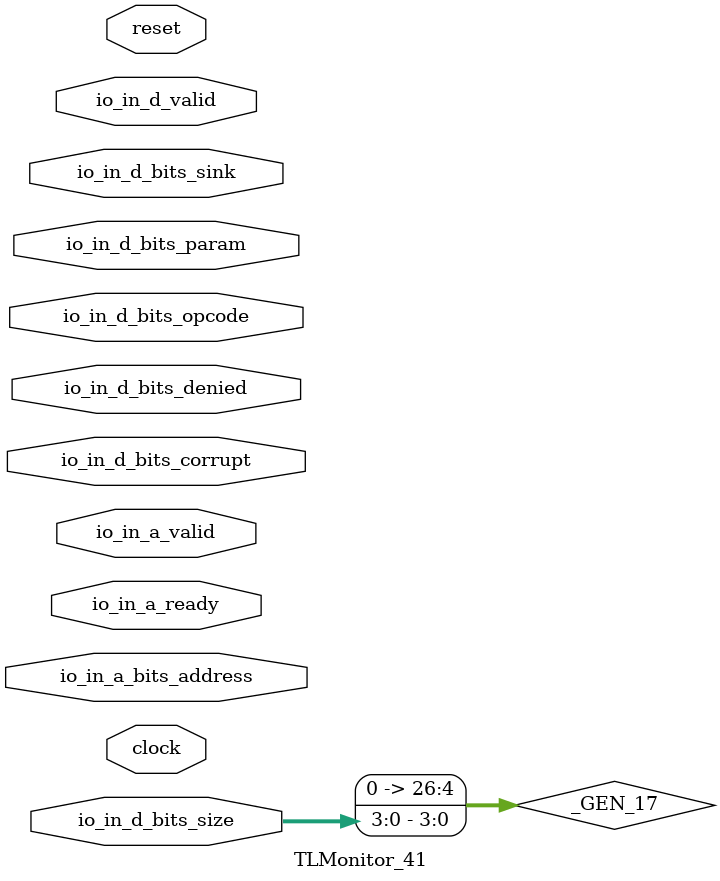
<source format=sv>

`ifndef PRINTF_COND_
  `ifdef PRINTF_COND
    `define PRINTF_COND_ (`PRINTF_COND)
  `else  // PRINTF_COND
    `define PRINTF_COND_ 1
  `endif // PRINTF_COND
`endif // not def PRINTF_COND_

// Users can define 'ASSERT_VERBOSE_COND' to add an extra gate to assert error printing.
`ifndef ASSERT_VERBOSE_COND_
  `ifdef ASSERT_VERBOSE_COND
    `define ASSERT_VERBOSE_COND_ (`ASSERT_VERBOSE_COND)
  `else  // ASSERT_VERBOSE_COND
    `define ASSERT_VERBOSE_COND_ 1
  `endif // ASSERT_VERBOSE_COND
`endif // not def ASSERT_VERBOSE_COND_

// Users can define 'STOP_COND' to add an extra gate to stop conditions.
`ifndef STOP_COND_
  `ifdef STOP_COND
    `define STOP_COND_ (`STOP_COND)
  `else  // STOP_COND
    `define STOP_COND_ 1
  `endif // STOP_COND
`endif // not def STOP_COND_

module TLMonitor_41(
  input        clock,
               reset,
               io_in_a_ready,
               io_in_a_valid,
  input [32:0] io_in_a_bits_address,
  input        io_in_d_valid,
  input [2:0]  io_in_d_bits_opcode,
  input [1:0]  io_in_d_bits_param,
  input [3:0]  io_in_d_bits_size,
  input [2:0]  io_in_d_bits_sink,
  input        io_in_d_bits_denied,
               io_in_d_bits_corrupt
);

  wire [31:0] _plusarg_reader_1_out;
  wire [31:0] _plusarg_reader_out;
  wire        _a_first_T_1 = io_in_a_ready & io_in_a_valid;
  reg  [8:0]  a_first_counter;
  reg  [2:0]  opcode;
  reg  [2:0]  param;
  reg  [3:0]  size;
  reg         source;
  reg  [32:0] address;
  reg  [8:0]  d_first_counter;
  reg  [2:0]  opcode_1;
  reg  [1:0]  param_1;
  reg  [3:0]  size_1;
  reg  [2:0]  sink;
  reg         denied;
  reg         inflight;
  reg  [3:0]  inflight_opcodes;
  reg  [7:0]  inflight_sizes;
  reg  [8:0]  a_first_counter_1;
  wire        a_first_1 = a_first_counter_1 == 9'h0;
  reg  [8:0]  d_first_counter_1;
  wire        d_first_1 = d_first_counter_1 == 9'h0;
  wire        a_set = _a_first_T_1 & a_first_1;
  wire        d_release_ack = io_in_d_bits_opcode == 3'h6;
  wire        _GEN = io_in_d_valid & d_first_1;
  wire        d_clr_wo_ready = _GEN & ~d_release_ack;
  reg  [2:0]  casez_tmp;
  always @(*) begin
    casez (inflight_opcodes[3:1])
      3'b000:
        casez_tmp = 3'h0;
      3'b001:
        casez_tmp = 3'h0;
      3'b010:
        casez_tmp = 3'h1;
      3'b011:
        casez_tmp = 3'h1;
      3'b100:
        casez_tmp = 3'h1;
      3'b101:
        casez_tmp = 3'h2;
      3'b110:
        casez_tmp = 3'h4;
      default:
        casez_tmp = 3'h4;
    endcase
  end // always @(*)
  reg  [2:0]  casez_tmp_0;
  always @(*) begin
    casez (inflight_opcodes[3:1])
      3'b000:
        casez_tmp_0 = 3'h0;
      3'b001:
        casez_tmp_0 = 3'h0;
      3'b010:
        casez_tmp_0 = 3'h1;
      3'b011:
        casez_tmp_0 = 3'h1;
      3'b100:
        casez_tmp_0 = 3'h1;
      3'b101:
        casez_tmp_0 = 3'h2;
      3'b110:
        casez_tmp_0 = 3'h5;
      default:
        casez_tmp_0 = 3'h4;
    endcase
  end // always @(*)
  reg  [31:0] watchdog;
  reg         inflight_1;
  reg  [7:0]  inflight_sizes_1;
  reg  [8:0]  d_first_counter_2;
  wire        d_first_2 = d_first_counter_2 == 9'h0;
  wire        d_clr_1 = io_in_d_valid & d_first_2 & d_release_ack;
  reg  [31:0] watchdog_1;
  `ifndef SYNTHESIS
    wire       _GEN_0 = io_in_a_valid & ~reset;
    wire       _GEN_1 = io_in_d_valid & io_in_d_bits_opcode == 3'h6 & ~reset;
    wire       _GEN_2 = io_in_d_bits_size < 4'h3;
    wire       _GEN_3 = io_in_d_valid & io_in_d_bits_opcode == 3'h4 & ~reset;
    wire       _GEN_4 = io_in_d_bits_param == 2'h2;
    wire       _GEN_5 = io_in_d_valid & io_in_d_bits_opcode == 3'h5 & ~reset;
    wire       _GEN_6 = ~io_in_d_bits_denied | io_in_d_bits_corrupt;
    wire       _GEN_7 = io_in_d_valid & io_in_d_bits_opcode == 3'h0 & ~reset;
    wire       _GEN_8 = io_in_d_bits_opcode == 3'h1;
    wire       _GEN_9 = io_in_d_valid & _GEN_8 & ~reset;
    wire       _GEN_10 = io_in_d_valid & io_in_d_bits_opcode == 3'h2 & ~reset;
    wire       _GEN_11 = io_in_a_valid & (|a_first_counter) & ~reset;
    wire       _GEN_12 = io_in_d_valid & (|d_first_counter) & ~reset;
    wire       a_set_wo_ready = io_in_a_valid & a_first_1;
    wire       _GEN_13 = d_clr_wo_ready & a_set_wo_ready & ~reset;
    wire       _GEN_14 = d_clr_wo_ready & ~a_set_wo_ready & ~reset;
    wire [7:0] _GEN_15 = {4'h0, io_in_d_bits_size};
    wire       _GEN_16 = d_clr_1 & ~reset;
    always @(posedge clock) begin
      if (_GEN_0 & ~({io_in_a_bits_address[32:14], ~(io_in_a_bits_address[13:12])} == 21'h0 | io_in_a_bits_address[32:13] == 20'h0 | {io_in_a_bits_address[32:17], ~(io_in_a_bits_address[16])} == 17'h0 | {io_in_a_bits_address[32:21], io_in_a_bits_address[20:17] ^ 4'h8, io_in_a_bits_address[15:12]} == 20'h0 | {io_in_a_bits_address[32:26], io_in_a_bits_address[25:16] ^ 10'h200} == 17'h0 | {io_in_a_bits_address[32:26], io_in_a_bits_address[25:12] ^ 14'h2010} == 21'h0 | {io_in_a_bits_address[32:28], io_in_a_bits_address[27:16] ^ 12'h800} == 17'h0 | {io_in_a_bits_address[32:28], ~(io_in_a_bits_address[27:26])} == 7'h0 | {io_in_a_bits_address[32:29], io_in_a_bits_address[28:12] ^ 17'h10020} == 21'h0 | {io_in_a_bits_address[32], ~(io_in_a_bits_address[31])} == 2'h0 | io_in_a_bits_address[32:31] == 2'h2)) begin
        if (`ASSERT_VERBOSE_COND_)
          $error("Assertion failed: 'A' channel carries Get type which slave claims it can't support (connected at generators/boom/src/main/scala/common/tile.scala:138:21)\n    at Monitor.scala:42 assert(cond, message)\n");
        if (`STOP_COND_)
          $fatal;
      end
      if (_GEN_0 & (|(io_in_a_bits_address[5:0]))) begin
        if (`ASSERT_VERBOSE_COND_)
          $error("Assertion failed: 'A' channel Get address not aligned to size (connected at generators/boom/src/main/scala/common/tile.scala:138:21)\n    at Monitor.scala:42 assert(cond, message)\n");
        if (`STOP_COND_)
          $fatal;
      end
      if (io_in_d_valid & ~reset & (&io_in_d_bits_opcode)) begin
        if (`ASSERT_VERBOSE_COND_)
          $error("Assertion failed: 'D' channel has invalid opcode (connected at generators/boom/src/main/scala/common/tile.scala:138:21)\n    at Monitor.scala:49 assert(cond, message)\n");
        if (`STOP_COND_)
          $fatal;
      end
      if (_GEN_1 & _GEN_2) begin
        if (`ASSERT_VERBOSE_COND_)
          $error("Assertion failed: 'D' channel ReleaseAck smaller than a beat (connected at generators/boom/src/main/scala/common/tile.scala:138:21)\n    at Monitor.scala:49 assert(cond, message)\n");
        if (`STOP_COND_)
          $fatal;
      end
      if (_GEN_1 & (|io_in_d_bits_param)) begin
        if (`ASSERT_VERBOSE_COND_)
          $error("Assertion failed: 'D' channel ReleaseeAck carries invalid param (connected at generators/boom/src/main/scala/common/tile.scala:138:21)\n    at Monitor.scala:49 assert(cond, message)\n");
        if (`STOP_COND_)
          $fatal;
      end
      if (_GEN_1 & io_in_d_bits_corrupt) begin
        if (`ASSERT_VERBOSE_COND_)
          $error("Assertion failed: 'D' channel ReleaseAck is corrupt (connected at generators/boom/src/main/scala/common/tile.scala:138:21)\n    at Monitor.scala:49 assert(cond, message)\n");
        if (`STOP_COND_)
          $fatal;
      end
      if (_GEN_1 & io_in_d_bits_denied) begin
        if (`ASSERT_VERBOSE_COND_)
          $error("Assertion failed: 'D' channel ReleaseAck is denied (connected at generators/boom/src/main/scala/common/tile.scala:138:21)\n    at Monitor.scala:49 assert(cond, message)\n");
        if (`STOP_COND_)
          $fatal;
      end
      if (_GEN_3 & _GEN_2) begin
        if (`ASSERT_VERBOSE_COND_)
          $error("Assertion failed: 'D' channel Grant smaller than a beat (connected at generators/boom/src/main/scala/common/tile.scala:138:21)\n    at Monitor.scala:49 assert(cond, message)\n");
        if (`STOP_COND_)
          $fatal;
      end
      if (_GEN_3 & (&io_in_d_bits_param)) begin
        if (`ASSERT_VERBOSE_COND_)
          $error("Assertion failed: 'D' channel Grant carries invalid cap param (connected at generators/boom/src/main/scala/common/tile.scala:138:21)\n    at Monitor.scala:49 assert(cond, message)\n");
        if (`STOP_COND_)
          $fatal;
      end
      if (_GEN_3 & _GEN_4) begin
        if (`ASSERT_VERBOSE_COND_)
          $error("Assertion failed: 'D' channel Grant carries toN param (connected at generators/boom/src/main/scala/common/tile.scala:138:21)\n    at Monitor.scala:49 assert(cond, message)\n");
        if (`STOP_COND_)
          $fatal;
      end
      if (_GEN_3 & io_in_d_bits_corrupt) begin
        if (`ASSERT_VERBOSE_COND_)
          $error("Assertion failed: 'D' channel Grant is corrupt (connected at generators/boom/src/main/scala/common/tile.scala:138:21)\n    at Monitor.scala:49 assert(cond, message)\n");
        if (`STOP_COND_)
          $fatal;
      end
      if (_GEN_5 & _GEN_2) begin
        if (`ASSERT_VERBOSE_COND_)
          $error("Assertion failed: 'D' channel GrantData smaller than a beat (connected at generators/boom/src/main/scala/common/tile.scala:138:21)\n    at Monitor.scala:49 assert(cond, message)\n");
        if (`STOP_COND_)
          $fatal;
      end
      if (_GEN_5 & (&io_in_d_bits_param)) begin
        if (`ASSERT_VERBOSE_COND_)
          $error("Assertion failed: 'D' channel GrantData carries invalid cap param (connected at generators/boom/src/main/scala/common/tile.scala:138:21)\n    at Monitor.scala:49 assert(cond, message)\n");
        if (`STOP_COND_)
          $fatal;
      end
      if (_GEN_5 & _GEN_4) begin
        if (`ASSERT_VERBOSE_COND_)
          $error("Assertion failed: 'D' channel GrantData carries toN param (connected at generators/boom/src/main/scala/common/tile.scala:138:21)\n    at Monitor.scala:49 assert(cond, message)\n");
        if (`STOP_COND_)
          $fatal;
      end
      if (_GEN_5 & ~_GEN_6) begin
        if (`ASSERT_VERBOSE_COND_)
          $error("Assertion failed: 'D' channel GrantData is denied but not corrupt (connected at generators/boom/src/main/scala/common/tile.scala:138:21)\n    at Monitor.scala:49 assert(cond, message)\n");
        if (`STOP_COND_)
          $fatal;
      end
      if (_GEN_7 & (|io_in_d_bits_param)) begin
        if (`ASSERT_VERBOSE_COND_)
          $error("Assertion failed: 'D' channel AccessAck carries invalid param (connected at generators/boom/src/main/scala/common/tile.scala:138:21)\n    at Monitor.scala:49 assert(cond, message)\n");
        if (`STOP_COND_)
          $fatal;
      end
      if (_GEN_7 & io_in_d_bits_corrupt) begin
        if (`ASSERT_VERBOSE_COND_)
          $error("Assertion failed: 'D' channel AccessAck is corrupt (connected at generators/boom/src/main/scala/common/tile.scala:138:21)\n    at Monitor.scala:49 assert(cond, message)\n");
        if (`STOP_COND_)
          $fatal;
      end
      if (_GEN_9 & (|io_in_d_bits_param)) begin
        if (`ASSERT_VERBOSE_COND_)
          $error("Assertion failed: 'D' channel AccessAckData carries invalid param (connected at generators/boom/src/main/scala/common/tile.scala:138:21)\n    at Monitor.scala:49 assert(cond, message)\n");
        if (`STOP_COND_)
          $fatal;
      end
      if (_GEN_9 & ~_GEN_6) begin
        if (`ASSERT_VERBOSE_COND_)
          $error("Assertion failed: 'D' channel AccessAckData is denied but not corrupt (connected at generators/boom/src/main/scala/common/tile.scala:138:21)\n    at Monitor.scala:49 assert(cond, message)\n");
        if (`STOP_COND_)
          $fatal;
      end
      if (_GEN_10 & (|io_in_d_bits_param)) begin
        if (`ASSERT_VERBOSE_COND_)
          $error("Assertion failed: 'D' channel HintAck carries invalid param (connected at generators/boom/src/main/scala/common/tile.scala:138:21)\n    at Monitor.scala:49 assert(cond, message)\n");
        if (`STOP_COND_)
          $fatal;
      end
      if (_GEN_10 & io_in_d_bits_corrupt) begin
        if (`ASSERT_VERBOSE_COND_)
          $error("Assertion failed: 'D' channel HintAck is corrupt (connected at generators/boom/src/main/scala/common/tile.scala:138:21)\n    at Monitor.scala:49 assert(cond, message)\n");
        if (`STOP_COND_)
          $fatal;
      end
      if (_GEN_11 & opcode != 3'h4) begin
        if (`ASSERT_VERBOSE_COND_)
          $error("Assertion failed: 'A' channel opcode changed within multibeat operation (connected at generators/boom/src/main/scala/common/tile.scala:138:21)\n    at Monitor.scala:42 assert(cond, message)\n");
        if (`STOP_COND_)
          $fatal;
      end
      if (_GEN_11 & (|param)) begin
        if (`ASSERT_VERBOSE_COND_)
          $error("Assertion failed: 'A' channel param changed within multibeat operation (connected at generators/boom/src/main/scala/common/tile.scala:138:21)\n    at Monitor.scala:42 assert(cond, message)\n");
        if (`STOP_COND_)
          $fatal;
      end
      if (_GEN_11 & size != 4'h6) begin
        if (`ASSERT_VERBOSE_COND_)
          $error("Assertion failed: 'A' channel size changed within multibeat operation (connected at generators/boom/src/main/scala/common/tile.scala:138:21)\n    at Monitor.scala:42 assert(cond, message)\n");
        if (`STOP_COND_)
          $fatal;
      end
      if (_GEN_11 & source) begin
        if (`ASSERT_VERBOSE_COND_)
          $error("Assertion failed: 'A' channel source changed within multibeat operation (connected at generators/boom/src/main/scala/common/tile.scala:138:21)\n    at Monitor.scala:42 assert(cond, message)\n");
        if (`STOP_COND_)
          $fatal;
      end
      if (_GEN_11 & io_in_a_bits_address != address) begin
        if (`ASSERT_VERBOSE_COND_)
          $error("Assertion failed: 'A' channel address changed with multibeat operation (connected at generators/boom/src/main/scala/common/tile.scala:138:21)\n    at Monitor.scala:42 assert(cond, message)\n");
        if (`STOP_COND_)
          $fatal;
      end
      if (_GEN_12 & io_in_d_bits_opcode != opcode_1) begin
        if (`ASSERT_VERBOSE_COND_)
          $error("Assertion failed: 'D' channel opcode changed within multibeat operation (connected at generators/boom/src/main/scala/common/tile.scala:138:21)\n    at Monitor.scala:49 assert(cond, message)\n");
        if (`STOP_COND_)
          $fatal;
      end
      if (_GEN_12 & io_in_d_bits_param != param_1) begin
        if (`ASSERT_VERBOSE_COND_)
          $error("Assertion failed: 'D' channel param changed within multibeat operation (connected at generators/boom/src/main/scala/common/tile.scala:138:21)\n    at Monitor.scala:49 assert(cond, message)\n");
        if (`STOP_COND_)
          $fatal;
      end
      if (_GEN_12 & io_in_d_bits_size != size_1) begin
        if (`ASSERT_VERBOSE_COND_)
          $error("Assertion failed: 'D' channel size changed within multibeat operation (connected at generators/boom/src/main/scala/common/tile.scala:138:21)\n    at Monitor.scala:49 assert(cond, message)\n");
        if (`STOP_COND_)
          $fatal;
      end
      if (_GEN_12 & io_in_d_bits_sink != sink) begin
        if (`ASSERT_VERBOSE_COND_)
          $error("Assertion failed: 'D' channel sink changed with multibeat operation (connected at generators/boom/src/main/scala/common/tile.scala:138:21)\n    at Monitor.scala:49 assert(cond, message)\n");
        if (`STOP_COND_)
          $fatal;
      end
      if (_GEN_12 & io_in_d_bits_denied != denied) begin
        if (`ASSERT_VERBOSE_COND_)
          $error("Assertion failed: 'D' channel denied changed with multibeat operation (connected at generators/boom/src/main/scala/common/tile.scala:138:21)\n    at Monitor.scala:49 assert(cond, message)\n");
        if (`STOP_COND_)
          $fatal;
      end
      if (a_set & ~reset & inflight) begin
        if (`ASSERT_VERBOSE_COND_)
          $error("Assertion failed: 'A' channel re-used a source ID (connected at generators/boom/src/main/scala/common/tile.scala:138:21)\n    at Monitor.scala:42 assert(cond, message)\n");
        if (`STOP_COND_)
          $fatal;
      end
      if (d_clr_wo_ready & ~reset & ~(inflight | a_set_wo_ready)) begin
        if (`ASSERT_VERBOSE_COND_)
          $error("Assertion failed: 'D' channel acknowledged for nothing inflight (connected at generators/boom/src/main/scala/common/tile.scala:138:21)\n    at Monitor.scala:49 assert(cond, message)\n");
        if (`STOP_COND_)
          $fatal;
      end
      if (_GEN_13 & ~_GEN_8) begin
        if (`ASSERT_VERBOSE_COND_)
          $error("Assertion failed: 'D' channel contains improper opcode response (connected at generators/boom/src/main/scala/common/tile.scala:138:21)\n    at Monitor.scala:49 assert(cond, message)\n");
        if (`STOP_COND_)
          $fatal;
      end
      if (_GEN_13 & io_in_d_bits_size != 4'h6) begin
        if (`ASSERT_VERBOSE_COND_)
          $error("Assertion failed: 'D' channel contains improper response size (connected at generators/boom/src/main/scala/common/tile.scala:138:21)\n    at Monitor.scala:49 assert(cond, message)\n");
        if (`STOP_COND_)
          $fatal;
      end
      if (_GEN_14 & ~(io_in_d_bits_opcode == casez_tmp | io_in_d_bits_opcode == casez_tmp_0)) begin
        if (`ASSERT_VERBOSE_COND_)
          $error("Assertion failed: 'D' channel contains improper opcode response (connected at generators/boom/src/main/scala/common/tile.scala:138:21)\n    at Monitor.scala:49 assert(cond, message)\n");
        if (`STOP_COND_)
          $fatal;
      end
      if (_GEN_14 & _GEN_15 != {1'h0, inflight_sizes[7:1]}) begin
        if (`ASSERT_VERBOSE_COND_)
          $error("Assertion failed: 'D' channel contains improper response size (connected at generators/boom/src/main/scala/common/tile.scala:138:21)\n    at Monitor.scala:49 assert(cond, message)\n");
        if (`STOP_COND_)
          $fatal;
      end
      if (_GEN & a_first_1 & io_in_a_valid & ~d_release_ack & ~reset & ~io_in_a_ready) begin
        if (`ASSERT_VERBOSE_COND_)
          $error("Assertion failed: ready check\n    at Monitor.scala:49 assert(cond, message)\n");
        if (`STOP_COND_)
          $fatal;
      end
      if (~reset & ~(a_set_wo_ready != d_clr_wo_ready | ~a_set_wo_ready)) begin
        if (`ASSERT_VERBOSE_COND_)
          $error("Assertion failed: 'A' and 'D' concurrent, despite minlatency 4 (connected at generators/boom/src/main/scala/common/tile.scala:138:21)\n    at Monitor.scala:49 assert(cond, message)\n");
        if (`STOP_COND_)
          $fatal;
      end
      if (~reset & ~(~inflight | _plusarg_reader_out == 32'h0 | watchdog < _plusarg_reader_out)) begin
        if (`ASSERT_VERBOSE_COND_)
          $error("Assertion failed: TileLink timeout expired (connected at generators/boom/src/main/scala/common/tile.scala:138:21)\n    at Monitor.scala:42 assert(cond, message)\n");
        if (`STOP_COND_)
          $fatal;
      end
      if (_GEN_16 & ~inflight_1) begin
        if (`ASSERT_VERBOSE_COND_)
          $error("Assertion failed: 'D' channel acknowledged for nothing inflight (connected at generators/boom/src/main/scala/common/tile.scala:138:21)\n    at Monitor.scala:49 assert(cond, message)\n");
        if (`STOP_COND_)
          $fatal;
      end
      if (_GEN_16 & _GEN_15 != {1'h0, inflight_sizes_1[7:1]}) begin
        if (`ASSERT_VERBOSE_COND_)
          $error("Assertion failed: 'D' channel contains improper response size (connected at generators/boom/src/main/scala/common/tile.scala:138:21)\n    at Monitor.scala:49 assert(cond, message)\n");
        if (`STOP_COND_)
          $fatal;
      end
      if (~reset & ~(~inflight_1 | _plusarg_reader_1_out == 32'h0 | watchdog_1 < _plusarg_reader_1_out)) begin
        if (`ASSERT_VERBOSE_COND_)
          $error("Assertion failed: TileLink timeout expired (connected at generators/boom/src/main/scala/common/tile.scala:138:21)\n    at Monitor.scala:42 assert(cond, message)\n");
        if (`STOP_COND_)
          $fatal;
      end
    end // always @(posedge)
  `endif // not def SYNTHESIS
  wire [26:0] _GEN_17 = {23'h0, io_in_d_bits_size};
  wire [26:0] _d_first_beats1_decode_T_1 = 27'hFFF << _GEN_17;
  wire [26:0] _d_first_beats1_decode_T_5 = 27'hFFF << _GEN_17;
  wire [26:0] _d_first_beats1_decode_T_9 = 27'hFFF << _GEN_17;
  wire        _GEN_18 = _a_first_T_1 & ~(|a_first_counter);
  always @(posedge clock) begin
    if (reset) begin
      a_first_counter <= 9'h0;
      d_first_counter <= 9'h0;
      inflight <= 1'h0;
      inflight_opcodes <= 4'h0;
      inflight_sizes <= 8'h0;
      a_first_counter_1 <= 9'h0;
      d_first_counter_1 <= 9'h0;
      watchdog <= 32'h0;
      inflight_1 <= 1'h0;
      inflight_sizes_1 <= 8'h0;
      d_first_counter_2 <= 9'h0;
      watchdog_1 <= 32'h0;
    end
    else begin
      if (_a_first_T_1) begin
        if (|a_first_counter)
          a_first_counter <= a_first_counter - 9'h1;
        else
          a_first_counter <= 9'h0;
        if (a_first_1)
          a_first_counter_1 <= 9'h0;
        else
          a_first_counter_1 <= a_first_counter_1 - 9'h1;
      end
      if (io_in_d_valid) begin
        if (|d_first_counter)
          d_first_counter <= d_first_counter - 9'h1;
        else
          d_first_counter <= io_in_d_bits_opcode[0] ? ~(_d_first_beats1_decode_T_1[11:3]) : 9'h0;
        if (d_first_1)
          d_first_counter_1 <= io_in_d_bits_opcode[0] ? ~(_d_first_beats1_decode_T_5[11:3]) : 9'h0;
        else
          d_first_counter_1 <= d_first_counter_1 - 9'h1;
        if (d_first_2)
          d_first_counter_2 <= io_in_d_bits_opcode[0] ? ~(_d_first_beats1_decode_T_9[11:3]) : 9'h0;
        else
          d_first_counter_2 <= d_first_counter_2 - 9'h1;
        watchdog_1 <= 32'h0;
      end
      else
        watchdog_1 <= watchdog_1 + 32'h1;
      inflight <= (inflight | a_set) & ~d_clr_wo_ready;
      inflight_opcodes <= (inflight_opcodes | (a_set ? 4'h9 : 4'h0)) & ~{4{d_clr_wo_ready}};
      inflight_sizes <= (inflight_sizes | (a_set ? {3'h0, a_set ? 5'hD : 5'h0} : 8'h0)) & ~{8{d_clr_wo_ready}};
      if (_a_first_T_1 | io_in_d_valid)
        watchdog <= 32'h0;
      else
        watchdog <= watchdog + 32'h1;
      inflight_1 <= inflight_1 & ~d_clr_1;
      inflight_sizes_1 <= inflight_sizes_1 & ~{8{d_clr_1}};
    end
    if (_GEN_18) begin
      opcode <= 3'h4;
      param <= 3'h0;
      size <= 4'h6;
      address <= io_in_a_bits_address;
    end
    source <= ~_GEN_18 & source;
    if (io_in_d_valid & ~(|d_first_counter)) begin
      opcode_1 <= io_in_d_bits_opcode;
      param_1 <= io_in_d_bits_param;
      size_1 <= io_in_d_bits_size;
      sink <= io_in_d_bits_sink;
      denied <= io_in_d_bits_denied;
    end
  end // always @(posedge)
  plusarg_reader #(
    .DEFAULT(0),
    .FORMAT("tilelink_timeout=%d"),
    .WIDTH(32)
  ) plusarg_reader (
    .out (_plusarg_reader_out)
  );
  plusarg_reader #(
    .DEFAULT(0),
    .FORMAT("tilelink_timeout=%d"),
    .WIDTH(32)
  ) plusarg_reader_1 (
    .out (_plusarg_reader_1_out)
  );
endmodule


</source>
